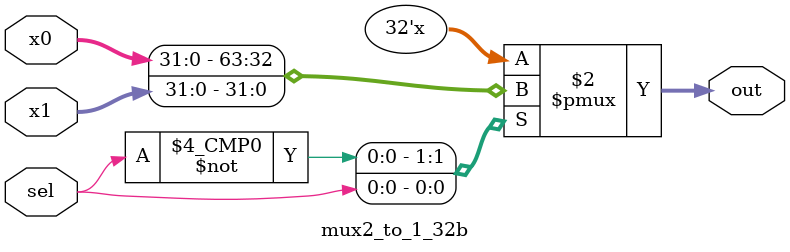
<source format=sv>
module mux2_to_1_32b(
    input logic[31:0] x0,
    input logic[31:0] x1,
    input logic sel,
    output logic[31:0] out
);

always_comb begin
    case(sel)
        1'b0: out = x0;
        1'b1: out = x1;
    endcase
end

endmodule
</source>
